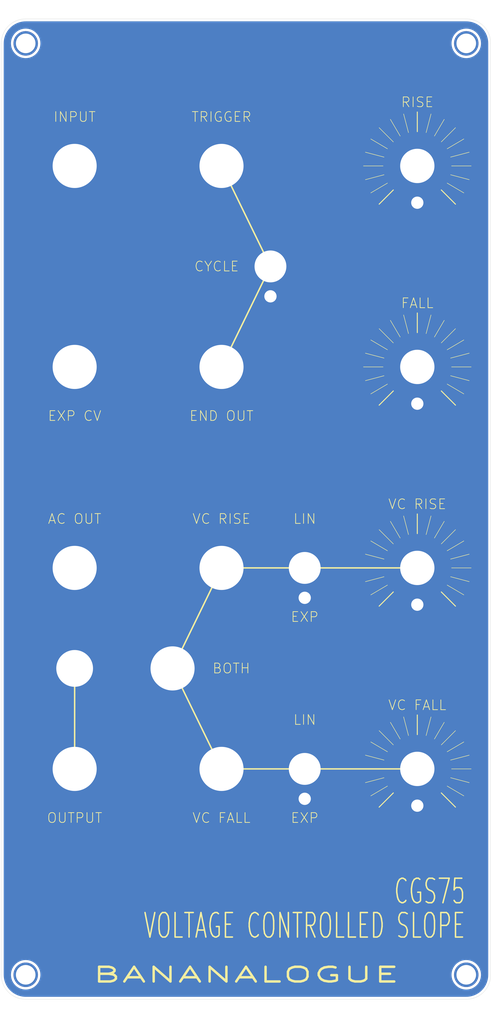
<source format=kicad_pcb>
(kicad_pcb (version 20211014) (generator pcbnew)
  (title_block (title "CGS 75 Bananalogue VCS") (date "2022-09-12") (rev "0.1") (company "fbus"))
  (layers (0 "F.Cu" signal) (31 "B.Cu" signal) (34 "B.Paste" user) (35 "F.Paste" user) (36 "B.SilkS" user "B.Silkscreen") (37 "F.SilkS" user "F.Silkscreen") (38 "B.Mask" user) (39 "F.Mask" user) (44 "Edge.Cuts" user))
  (net 0 "")
  (net 1 "GND")
  (footprint "kosmo-panel:6.5 mm (Quarter Inch) Jack" (layer "F.Cu") (at 65 91)
    (fp_text reference "REF**")
    (fp_text value "6.5 mm (Quarter Inch) Jack")
    (pad "" thru_hole circle (at 0 0) (size 13 13) (drill 9) (layers *.Cu *.Mask) (net 1 "GND"))
  )
  (footprint "kosmo-panel:Potentiometer Sunburst Small" (layer "F.Cu") (at 105 173)
    (fp_text reference "REF**")
    (fp_text value "Potentiometer Sunburst Small")
    (fp_line (start 4.9 -4.9) (end 7.8 -7.8) (layer "F.SilkS") (width 0.1))
    (fp_line (start -6.1 -3.5) (end -9.5 -5.5) (layer "F.SilkS") (width 0.1))
    (fp_line (start 10.6 2.8) (end 6.8 1.8) (layer "F.SilkS") (width 0.1))
    (fp_line (start -3.5 -6.1) (end -5.5 -9.5) (layer "F.SilkS") (width 0.1))
    (fp_line (start 0 -7) (end 0 -11) (layer "F.SilkS") (width 0.2))
    (fp_line (start 11 0) (end 7 0) (layer "F.SilkS") (width 0.1))
    (fp_line (start -1.8 -6.8) (end -2.8 -10.6) (layer "F.SilkS") (width 0.1))
    (fp_line (start 5.5 -9.5) (end 3.5 -6.1) (layer "F.SilkS") (width 0.1))
    (fp_line (start 4.9 4.9) (end 7.8 7.8) (layer "F.SilkS") (width 0.2))
    (fp_line (start -6.1 3.5) (end -9.5 5.5) (layer "F.SilkS") (width 0.1))
    (fp_line (start -7.8 -7.8) (end -4.9 -4.9) (layer "F.SilkS") (width 0.1))
    (fp_line (start 9.5 5.5) (end 6.1 3.5) (layer "F.SilkS") (width 0.1))
    (fp_line (start -4.9 4.9) (end -7.8 7.8) (layer "F.SilkS") (width 0.2))
    (fp_line (start 9.5 -5.5) (end 6.1 -3.5) (layer "F.SilkS") (width 0.1))
    (fp_line (start -7 0) (end -11 0) (layer "F.SilkS") (width 0.1))
    (fp_line (start -6.8 -1.8) (end -10.6 -2.8) (layer "F.SilkS") (width 0.1))
    (fp_line (start 2.8 -10.6) (end 1.8 -6.8) (layer "F.SilkS") (width 0.1))
    (fp_line (start 10.6 -2.8) (end 6.8 -1.8) (layer "F.SilkS") (width 0.1))
    (fp_line (start -6.8 1.8) (end -10.6 2.8) (layer "F.SilkS") (width 0.1))
    (pad "" thru_hole circle (at 0 7.5) (size 4 4) (drill 2.5) (layers *.Cu *.Mask) (net 1 "GND"))
    (pad "" thru_hole circle (at 0 0) (size 12 12) (drill 7) (layers *.Cu *.Mask) (net 1 "GND"))
  )
  (footprint "kosmo-panel:Miniature Toggle Switch" (layer "F.Cu") (at 82 173)
    (fp_text reference "REF**")
    (fp_text value "Miniature Toggle Switch")
    (pad "" thru_hole circle (at 0 6.1) (size 4 4) (drill 2.5) (layers *.Cu *.Mask) (net 1 "GND"))
    (pad "" thru_hole circle (at 0 0) (size 10.5 10.5) (drill 6.5) (layers *.Cu *.Mask) (net 1 "GND"))
  )
  (footprint "kosmo-panel:6.5 mm (Quarter Inch) Jack" (layer "F.Cu") (at 35 91)
    (fp_text reference "REF**")
    (fp_text value "6.5 mm (Quarter Inch) Jack")
    (pad "" thru_hole circle (at 0 0) (size 13 13) (drill 9) (layers *.Cu *.Mask) (net 1 "GND"))
  )
  (footprint "kosmo-panel:Potentiometer Sunburst Small" (layer "F.Cu") (at 105 91)
    (fp_text reference "REF**")
    (fp_text value "Potentiometer Sunburst Small")
    (fp_line (start 10.6 -2.8) (end 6.8 -1.8) (layer "F.SilkS") (width 0.1))
    (fp_line (start 9.5 5.5) (end 6.1 3.5) (layer "F.SilkS") (width 0.1))
    (fp_line (start -7.8 -7.8) (end -4.9 -4.9) (layer "F.SilkS") (width 0.1))
    (fp_line (start 10.6 2.8) (end 6.8 1.8) (layer "F.SilkS") (width 0.1))
    (fp_line (start -7 0) (end -11 0) (layer "F.SilkS") (width 0.1))
    (fp_line (start -1.8 -6.8) (end -2.8 -10.6) (layer "F.SilkS") (width 0.1))
    (fp_line (start -6.1 3.5) (end -9.5 5.5) (layer "F.SilkS") (width 0.1))
    (fp_line (start -4.9 4.9) (end -7.8 7.8) (layer "F.SilkS") (width 0.2))
    (fp_line (start 4.9 4.9) (end 7.8 7.8) (layer "F.SilkS") (width 0.2))
    (fp_line (start 4.9 -4.9) (end 7.8 -7.8) (layer "F.SilkS") (width 0.1))
    (fp_line (start -6.1 -3.5) (end -9.5 -5.5) (layer "F.SilkS") (width 0.1))
    (fp_line (start -6.8 1.8) (end -10.6 2.8) (layer "F.SilkS") (width 0.1))
    (fp_line (start 0 -7) (end 0 -11) (layer "F.SilkS") (width 0.2))
    (fp_line (start -3.5 -6.1) (end -5.5 -9.5) (layer "F.SilkS") (width 0.1))
    (fp_line (start 11 0) (end 7 0) (layer "F.SilkS") (width 0.1))
    (fp_line (start 2.8 -10.6) (end 1.8 -6.8) (layer "F.SilkS") (width 0.1))
    (fp_line (start 9.5 -5.5) (end 6.1 -3.5) (layer "F.SilkS") (width 0.1))
    (fp_line (start 5.5 -9.5) (end 3.5 -6.1) (layer "F.SilkS") (width 0.1))
    (fp_line (start -6.8 -1.8) (end -10.6 -2.8) (layer "F.SilkS") (width 0.1))
    (pad "" thru_hole circle (at 0 7.5) (size 4 4) (drill 2.5) (layers *.Cu *.Mask) (net 1 "GND"))
    (pad "" thru_hole circle (at 0 0) (size 12 12) (drill 7) (layers *.Cu *.Mask) (net 1 "GND"))
  )
  (footprint "kosmo-panel:5mm LED Metal Mount" (layer "F.Cu") (at 35 152.5)
    (fp_text reference "REF**")
    (fp_text value "5mm LED Metal Mount")
    (pad "" thru_hole circle (at 0 0) (size 9 9) (drill 7.5) (layers *.Cu *.Mask) (net 1 "GND"))
  )
  (footprint "kosmo-panel:Potentiometer Sunburst Small" (layer "F.Cu") (at 105 132)
    (fp_text reference "REF**")
    (fp_text value "Potentiometer Sunburst Small")
    (fp_line (start 10.6 -2.8) (end 6.8 -1.8) (layer "F.SilkS") (width 0.1))
    (fp_line (start -6.8 -1.8) (end -10.6 -2.8) (layer "F.SilkS") (width 0.1))
    (fp_line (start 9.5 -5.5) (end 6.1 -3.5) (layer "F.SilkS") (width 0.1))
    (fp_line (start -1.8 -6.8) (end -2.8 -10.6) (layer "F.SilkS") (width 0.1))
    (fp_line (start -3.5 -6.1) (end -5.5 -9.5) (layer "F.SilkS") (width 0.1))
    (fp_line (start -6.8 1.8) (end -10.6 2.8) (layer "F.SilkS") (width 0.1))
    (fp_line (start -7.8 -7.8) (end -4.9 -4.9) (layer "F.SilkS") (width 0.1))
    (fp_line (start -6.1 3.5) (end -9.5 5.5) (layer "F.SilkS") (width 0.1))
    (fp_line (start -6.1 -3.5) (end -9.5 -5.5) (layer "F.SilkS") (width 0.1))
    (fp_line (start 2.8 -10.6) (end 1.8 -6.8) (layer "F.SilkS") (width 0.1))
    (fp_line (start -4.9 4.9) (end -7.8 7.8) (layer "F.SilkS") (width 0.2))
    (fp_line (start 10.6 2.8) (end 6.8 1.8) (layer "F.SilkS") (width 0.1))
    (fp_line (start 9.5 5.5) (end 6.1 3.5) (layer "F.SilkS") (width 0.1))
    (fp_line (start 11 0) (end 7 0) (layer "F.SilkS") (width 0.1))
    (fp_line (start 4.9 4.9) (end 7.8 7.8) (layer "F.SilkS") (width 0.2))
    (fp_line (start 4.9 -4.9) (end 7.8 -7.8) (layer "F.SilkS") (width 0.1))
    (fp_line (start 0 -7) (end 0 -11) (layer "F.SilkS") (width 0.2))
    (fp_line (start -7 0) (end -11 0) (layer "F.SilkS") (width 0.1))
    (fp_line (start 5.5 -9.5) (end 3.5 -6.1) (layer "F.SilkS") (width 0.1))
    (pad "" thru_hole circle (at 0 7.5) (size 4 4) (drill 2.5) (layers *.Cu *.Mask) (net 1 "GND"))
    (pad "" thru_hole circle (at 0 0) (size 12 12) (drill 7) (layers *.Cu *.Mask) (net 1 "GND"))
  )
  (footprint "kosmo-panel:Miniature Toggle Switch" (layer "F.Cu") (at 82 132)
    (fp_text reference "REF**")
    (fp_text value "Miniature Toggle Switch")
    (pad "" thru_hole circle (at 0 0) (size 10.5 10.5) (drill 6.5) (layers *.Cu *.Mask) (net 1 "GND"))
    (pad "" thru_hole circle (at 0 6.1) (size 4 4) (drill 2.5) (layers *.Cu *.Mask) (net 1 "GND"))
  )
  (footprint "kosmo-panel:6.5 mm (Quarter Inch) Jack" (layer "F.Cu") (at 65 132)
    (fp_text reference "REF**")
    (fp_text value "6.5 mm (Quarter Inch) Jack")
    (pad "" thru_hole circle (at 0 0) (size 13 13) (drill 9) (layers *.Cu *.Mask) (net 1 "GND"))
  )
  (footprint "kosmo-panel:6.5 mm (Quarter Inch) Jack" (layer "F.Cu") (at 55 152.5)
    (fp_text reference "REF**")
    (fp_text value "6.5 mm (Quarter Inch) Jack")
    (pad "" thru_hole circle (at 0 0) (size 13 13) (drill 9) (layers *.Cu *.Mask) (net 1 "GND"))
  )
  (footprint "kosmo-panel:KOSMO 10 cm Panel" (layer "F.Cu") (at 20 20)
    (fp_text reference "REF**")
    (fp_text value "KOSMO 10 cm Panel")
    (fp_line (start 100 5) (end 100 195) (layer "Edge.Cuts") (width 0.05))
    (fp_line (start 5 0) (end 95 0) (layer "Edge.Cuts") (width 0.05))
    (fp_line (start 5 200) (end 95 200) (layer "Edge.Cuts") (width 0.05))
    (fp_line (start 0 5) (end 0 195) (layer "Edge.Cuts") (width 0.05))
    (fp_arc (start 0 5) (mid 1.464466 1.464466) (end 5 0) (layer "Edge.Cuts") (width 0.05))
    (fp_arc (start 5 200) (mid 1.464466 198.535534) (end 0 195) (layer "Edge.Cuts") (width 0.05))
    (fp_arc (start 100 195) (mid 98.535534 198.535534) (end 95 200) (layer "Edge.Cuts") (width 0.05))
    (fp_arc (start 95 0) (mid 98.535534 1.464466) (end 100 5) (layer "Edge.Cuts") (width 0.05))
    (pad "" np_thru_hole circle (at 5 5) (size 5 5) (drill 4) (layers F&B.Cu *.Mask))
    (pad "" np_thru_hole circle (at 5 195) (size 5 5) (drill 4) (layers F&B.Cu *.Mask))
    (pad "" np_thru_hole circle (at 95 195) (size 5 5) (drill 4) (layers F&B.Cu *.Mask))
    (pad "" np_thru_hole circle (at 95 5) (size 5 5) (drill 4) (layers F&B.Cu *.Mask))
  )
  (footprint "kosmo-panel:6.5 mm (Quarter Inch) Jack" (layer "F.Cu") (at 35 173)
    (fp_text reference "REF**")
    (fp_text value "6.5 mm (Quarter Inch) Jack")
    (pad "" thru_hole circle (at 0 0) (size 13 13) (drill 9) (layers *.Cu *.Mask) (net 1 "GND"))
  )
  (footprint "kosmo-panel:6.5 mm (Quarter Inch) Jack" (layer "F.Cu") (at 65 50)
    (fp_text reference "REF**")
    (fp_text value "6.5 mm (Quarter Inch) Jack")
    (pad "" thru_hole circle (at 0 0) (size 13 13) (drill 9) (layers *.Cu *.Mask) (net 1 "GND"))
  )
  (footprint "kosmo-panel:Potentiometer Sunburst Small" (layer "F.Cu") (at 105 50)
    (fp_text reference "REF**")
    (fp_text value "Potentiometer Sunburst Small")
    (fp_line (start -7.8 -7.8) (end -4.9 -4.9) (layer "F.SilkS") (width 0.1))
    (fp_line (start 9.5 5.5) (end 6.1 3.5) (layer "F.SilkS") (width 0.1))
    (fp_line (start 9.5 -5.5) (end 6.1 -3.5) (layer "F.SilkS") (width 0.1))
    (fp_line (start 11 0) (end 7 0) (layer "F.SilkS") (width 0.1))
    (fp_line (start -1.8 -6.8) (end -2.8 -10.6) (layer "F.SilkS") (width 0.1))
    (fp_line (start 10.6 2.8) (end 6.8 1.8) (layer "F.SilkS") (width 0.1))
    (fp_line (start 2.8 -10.6) (end 1.8 -6.8) (layer "F.SilkS") (width 0.1))
    (fp_line (start -3.5 -6.1) (end -5.5 -9.5) (layer "F.SilkS") (width 0.1))
    (fp_line (start 10.6 -2.8) (end 6.8 -1.8) (layer "F.SilkS") (width 0.1))
    (fp_line (start -6.8 1.8) (end -10.6 2.8) (layer "F.SilkS") (width 0.1))
    (fp_line (start 4.9 4.9) (end 7.8 7.8) (layer "F.SilkS") (width 0.2))
    (fp_line (start 0 -7) (end 0 -11) (layer "F.SilkS") (width 0.2))
    (fp_line (start -6.1 -3.5) (end -9.5 -5.5) (layer "F.SilkS") (width 0.1))
    (fp_line (start -4.9 4.9) (end -7.8 7.8) (layer "F.SilkS") (width 0.2))
    (fp_line (start -6.1 3.5) (end -9.5 5.5) (layer "F.SilkS") (width 0.1))
    (fp_line (start -7 0) (end -11 0) (layer "F.SilkS") (width 0.1))
    (fp_line (start 4.9 -4.9) (end 7.8 -7.8) (layer "F.SilkS") (width 0.1))
    (fp_line (start 5.5 -9.5) (end 3.5 -6.1) (layer "F.SilkS") (width 0.1))
    (fp_line (start -6.8 -1.8) (end -10.6 -2.8) (layer "F.SilkS") (width 0.1))
    (pad "" thru_hole circle (at 0 0) (size 12 12) (drill 7) (layers *.Cu *.Mask) (net 1 "GND"))
    (pad "" thru_hole circle (at 0 7.5) (size 4 4) (drill 2.5) (layers *.Cu *.Mask) (net 1 "GND"))
  )
  (footprint "kosmo-panel:6.5 mm (Quarter Inch) Jack" (layer "F.Cu") (at 65 173)
    (fp_text reference "REF**")
    (fp_text value "6.5 mm (Quarter Inch) Jack")
    (pad "" thru_hole circle (at 0 0) (size 13 13) (drill 9) (layers *.Cu *.Mask) (net 1 "GND"))
  )
  (footprint "kosmo-panel:Miniature Toggle Switch" (layer "F.Cu") (at 75 70.5)
    (fp_text reference "REF**")
    (fp_text value "Miniature Toggle Switch")
    (pad "" thru_hole circle (at 0 0) (size 10.5 10.5) (drill 6.5) (layers *.Cu *.Mask) (net 1 "GND"))
    (pad "" thru_hole circle (at 0 6.1) (size 4 4) (drill 2.5) (layers *.Cu *.Mask) (net 1 "GND"))
  )
  (footprint "kosmo-panel:6.5 mm (Quarter Inch) Jack" (layer "F.Cu") (at 35 132)
    (fp_text reference "REF**")
    (fp_text value "6.5 mm (Quarter Inch) Jack")
    (pad "" thru_hole circle (at 0 0) (size 13 13) (drill 9) (layers *.Cu *.Mask) (net 1 "GND"))
  )
  (footprint "kosmo-panel:6.5 mm (Quarter Inch) Jack" (layer "F.Cu") (at 35 50)
    (fp_text reference "REF**")
    (fp_text value "6.5 mm (Quarter Inch) Jack")
    (pad "" thru_hole circle (at 0 0) (size 13 13) (drill 9) (layers *.Cu *.Mask) (net 1 "GND"))
  )
  (gr_line (start 105 132) (end 65 132) (layer "F.Cu") (width 0.3))
  (gr_line (start 75 70.5) (end 65 50) (layer "F.Cu") (width 0.3))
  (gr_line (start 65 132) (end 55 152.5) (layer "F.Cu") (width 0.3))
  (gr_line (start 35 152.5) (end 35 173) (layer "F.Cu") (width 0.3))
  (gr_line (start 55 152.5) (end 65 173) (layer "F.Cu") (width 0.3))
  (gr_line (start 65 173) (end 105 173) (layer "F.Cu") (width 0.3))
  (gr_line (start 75 70.5) (end 65 91) (layer "F.Cu") (width 0.3))
  (gr_line (start 65 173) (end 105 173) (layer "F.SilkS") (width 0.3))
  (gr_line (start 105 132) (end 65 132) (layer "F.SilkS") (width 0.3))
  (gr_line (start 75 70.5) (end 65 50) (layer "F.SilkS") (width 0.3))
  (gr_line (start 65 132) (end 55 152.5) (layer "F.SilkS") (width 0.3))
  (gr_line (start 55 152.5) (end 65 173) (layer "F.SilkS") (width 0.3))
  (gr_line (start 35 152.5) (end 35 173) (layer "F.SilkS") (width 0.3))
  (gr_line (start 75 70.5) (end 65 91) (layer "F.SilkS") (width 0.3))
  (gr_text "VC RISE" (at 105 119) (layer "F.Cu") (effects (font (size 2 2))))
  (gr_text "RISE" (at 105 37) (layer "F.Cu") (effects (font (size 2 2))))
  (gr_text "INPUT" (at 35 40) (layer "F.Cu") (effects (font (size 2 2))))
  (gr_text "EXP" (at 82 183) (layer "F.Cu") (effects (font (size 2 2))))
  (gr_text "VC RISE" (at 65 122) (layer "F.Cu") (effects (font (size 2 2))))
  (gr_text "LIN" (at 82 122) (layer "F.Cu") (effects (font (size 2 2))))
  (gr_text "CGS75" (at 115 198) (layer "F.Cu") (effects (font (size 5 3) (thickness 0.3)) (justify right)))
  (gr_text "CYCLE" (at 64 70.5) (layer "F.Cu") (effects (font (size 2 2))))
  (gr_text "BOTH" (at 67 152.5) (layer "F.Cu") (effects (font (size 2 2))))
  (gr_text "VC FALL" (at 105 160) (layer "F.Cu") (effects (font (size 2 2))))
  (gr_text "AC OUT" (at 35 122) (layer "F.Cu") (effects (font (size 2 2))))
  (gr_text "FALL" (at 105 78) (layer "F.Cu") (effects (font (size 2 2))))
  (gr_text "OUTPUT" (at 35 183) (layer "F.Cu") (effects (font (size 2 2))))
  (gr_text "EXP CV" (at 35 101) (layer "F.Cu") (effects (font (size 2 2))))
  (gr_text "TRIGGER" (at 65 40) (layer "F.Cu") (effects (font (size 2 2))))
  (gr_text "VOLTAGE CONTROLLED SLOPE" (at 115 205) (layer "F.Cu") (effects (font (size 5 3) (thickness 0.3)) (justify right)))
  (gr_text "BANANALOGUE" (at 70 215) (layer "F.Cu") (effects (font (size 3 6) (thickness 0.5))))
  (gr_text "EXP" (at 82 142) (layer "F.Cu") (effects (font (size 2 2))))
  (gr_text "VC FALL" (at 65 183) (layer "F.Cu") (effects (font (size 2 2))))
  (gr_text "LIN" (at 82 163) (layer "F.Cu") (effects (font (size 2 2))))
  (gr_text "END OUT" (at 65 101) (layer "F.Cu") (effects (font (size 2 2))))
  (gr_text "CGS75" (at 115 198) (layer "F.SilkS") (effects (font (size 5 3) (thickness 0.3)) (justify right)))
  (gr_text "BANANALOGUE" (at 70 215) (layer "F.SilkS") (effects (font (size 3 6) (thickness 0.5))))
  (gr_text "VOLTAGE CONTROLLED SLOPE" (at 115 205) (layer "F.SilkS") (effects (font (size 5 3) (thickness 0.3)) (justify right)))
  (gr_text "EXP" (at 82 183) (layer "F.SilkS") (effects (font (size 2 2))))
  (gr_text "VC RISE" (at 105 119) (layer "F.SilkS") (effects (font (size 2 2))))
  (gr_text "END OUT" (at 65 101) (layer "F.SilkS") (effects (font (size 2 2))))
  (gr_text "TRIGGER" (at 65 40) (layer "F.SilkS") (effects (font (size 2 2))))
  (gr_text "CYCLE" (at 64 70.5) (layer "F.SilkS") (effects (font (size 2 2))))
  (gr_text "VC RISE" (at 65 122) (layer "F.SilkS") (effects (font (size 2 2))))
  (gr_text "RISE" (at 105 37) (layer "F.SilkS") (effects (font (size 2 2))))
  (gr_text "INPUT" (at 35 40) (layer "F.SilkS") (effects (font (size 2 2))))
  (gr_text "LIN" (at 82 122) (layer "F.SilkS") (effects (font (size 2 2))))
  (gr_text "LIN" (at 82 163) (layer "F.SilkS") (effects (font (size 2 2))))
  (gr_text "FALL" (at 105 78) (layer "F.SilkS") (effects (font (size 2 2))))
  (gr_text "EXP CV" (at 35 101) (layer "F.SilkS") (effects (font (size 2 2))))
  (gr_text "EXP" (at 82 142) (layer "F.SilkS") (effects (font (size 2 2))))
  (gr_text "BOTH" (at 67 152.5) (layer "F.SilkS") (effects (font (size 2 2))))
  (gr_text "OUTPUT" (at 35 183) (layer "F.SilkS") (effects (font (size 2 2))))
  (gr_text "VC FALL" (at 65 183) (layer "F.SilkS") (effects (font (size 2 2))))
  (gr_text "AC OUT" (at 35 122) (layer "F.SilkS") (effects (font (size 2 2))))
  (gr_text "VC FALL" (at 105 160) (layer "F.SilkS") (effects (font (size 2 2))))
  (zone (net 1) (net_name "GND") (layer "B.Cu") (connect_pads yes (clearance 0.508)) (min_thickness 0.254) (fill yes (thermal_gap 0.508) (thermal_bridge_width 0.508))
    (polygon (pts (xy 120 220) (xy 20 220) (xy 20 20) (xy 120 20)))
  )
)
</source>
